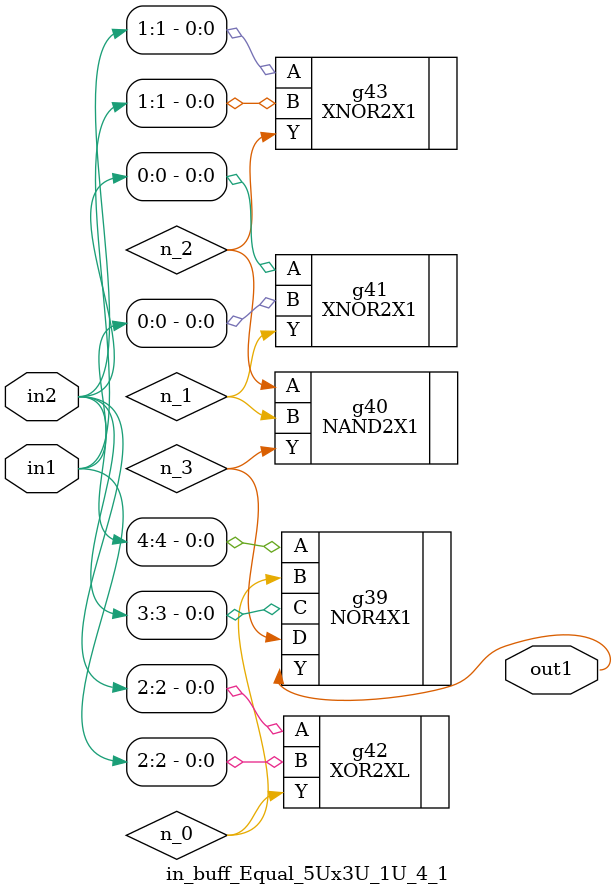
<source format=v>
`timescale 1ps / 1ps


module in_buff_Equal_5Ux3U_1U_4_1(in2, in1, out1);
  input [4:0] in2;
  input [2:0] in1;
  output out1;
  wire [4:0] in2;
  wire [2:0] in1;
  wire out1;
  wire n_0, n_1, n_2, n_3;
  NOR4X1 g39(.A (in2[4]), .B (n_0), .C (in2[3]), .D (n_3), .Y (out1));
  NAND2X1 g40(.A (n_2), .B (n_1), .Y (n_3));
  XNOR2X1 g43(.A (in2[1]), .B (in1[1]), .Y (n_2));
  XNOR2X1 g41(.A (in2[0]), .B (in1[0]), .Y (n_1));
  XOR2XL g42(.A (in2[2]), .B (in1[2]), .Y (n_0));
endmodule



</source>
